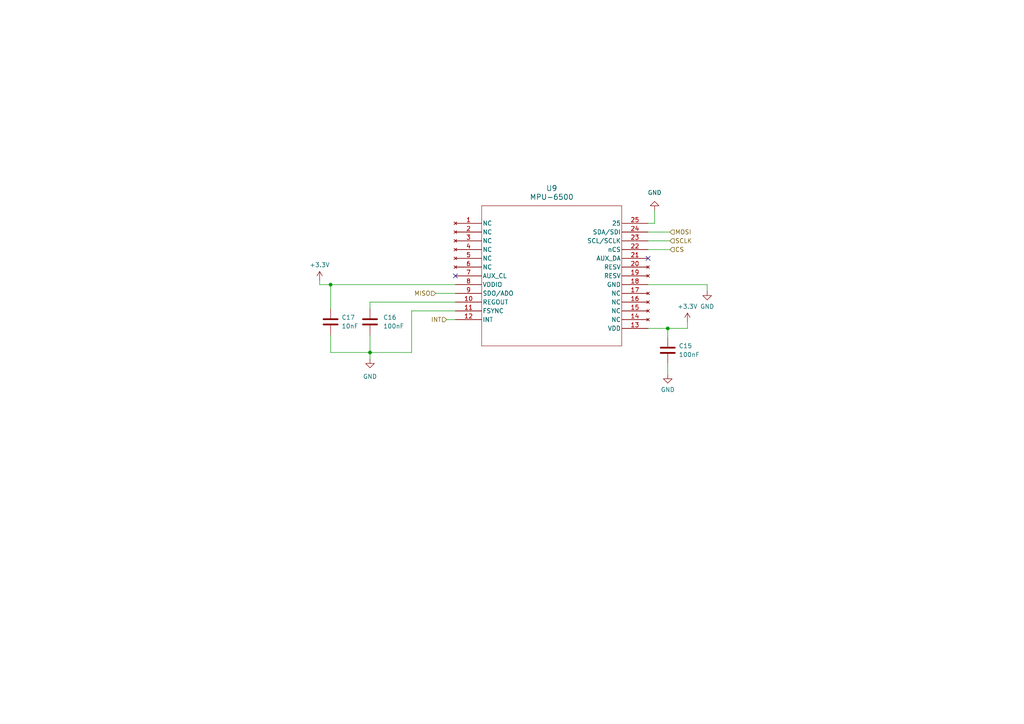
<source format=kicad_sch>
(kicad_sch (version 20231120) (generator "eeschema") (generator_version "8.0")
  (paper "A4")
  (lib_symbols
    (symbol "Device:C" (pin_numbers hide) (pin_names (offset 0.254))
      (property "Reference" "C" (at 0.635 2.54 0))
      (property "Value" "C" (at 0.635 -2.54 0))
      (symbol "C_0_1"
        (polyline (pts (xy -2.032 -0.762) (xy 2.032 -0.762)) (stroke (width 0.508)))
        (polyline (pts (xy -2.032 0.762) (xy 2.032 0.762)) (stroke (width 0.508)))
      )
      (symbol "C_1_1"
        (pin passive line (at 0 3.81 270) (length 2.794) (name "~") (number "1"))
        (pin passive line (at 0 -3.81 90) (length 2.794) (name "~") (number "2"))
      )
    )
    (symbol "mpu6500:MPU-6500" (pin_names (offset 0.254))
      (property "Reference" "U" (at 27.94 10.16 0))
      (property "Value" "MPU-6500" (at 27.94 7.62 0))
      (symbol "MPU-6500_0_1"
        (polyline (pts (xy 7.62 -35.56) (xy 48.26 -35.56)) (stroke (width 0.127)))
        (polyline (pts (xy 7.62 5.08) (xy 7.62 -35.56)) (stroke (width 0.127)))
        (polyline (pts (xy 48.26 -35.56) (xy 48.26 5.08)) (stroke (width 0.127)))
        (polyline (pts (xy 48.26 5.08) (xy 7.62 5.08)) (stroke (width 0.127)))
        (pin no_connect line (at 0 0 0) (length 7.62) (name "NC") (number "1"))
        (pin unspecified line (at 0 -22.86 0) (length 7.62) (name "REGOUT") (number "10"))
        (pin input line (at 0 -25.4 0) (length 7.62) (name "FSYNC") (number "11"))
        (pin output line (at 0 -27.94 0) (length 7.62) (name "INT") (number "12"))
        (pin power_in line (at 55.88 -30.48 180) (length 7.62) (name "VDD") (number "13"))
        (pin no_connect line (at 55.88 -27.94 180) (length 7.62) (name "NC") (number "14"))
        (pin no_connect line (at 55.88 -25.4 180) (length 7.62) (name "NC") (number "15"))
        (pin no_connect line (at 55.88 -22.86 180) (length 7.62) (name "NC") (number "16"))
        (pin no_connect line (at 55.88 -20.32 180) (length 7.62) (name "NC") (number "17"))
        (pin power_out line (at 55.88 -17.78 180) (length 7.62) (name "GND") (number "18"))
        (pin no_connect line (at 55.88 -15.24 180) (length 7.62) (name "RESV") (number "19"))
        (pin no_connect line (at 0 -2.54 0) (length 7.62) (name "NC") (number "2"))
        (pin no_connect line (at 55.88 -12.7 180) (length 7.62) (name "RESV") (number "20"))
        (pin unspecified line (at 55.88 -10.16 180) (length 7.62) (name "AUX_DA") (number "21"))
        (pin unspecified line (at 55.88 -7.62 180) (length 7.62) (name "nCS") (number "22"))
        (pin unspecified line (at 55.88 -5.08 180) (length 7.62) (name "SCL/SCLK") (number "23"))
        (pin unspecified line (at 55.88 -2.54 180) (length 7.62) (name "SDA/SDI") (number "24"))
        (pin unspecified line (at 55.88 0 180) (length 7.62) (name "25") (number "25"))
        (pin no_connect line (at 0 -5.08 0) (length 7.62) (name "NC") (number "3"))
        (pin no_connect line (at 0 -7.62 0) (length 7.62) (name "NC") (number "4"))
        (pin no_connect line (at 0 -10.16 0) (length 7.62) (name "NC") (number "5"))
        (pin no_connect line (at 0 -12.7 0) (length 7.62) (name "NC") (number "6"))
        (pin unspecified line (at 0 -15.24 0) (length 7.62) (name "AUX_CL") (number "7"))
        (pin power_in line (at 0 -17.78 0) (length 7.62) (name "VDDIO") (number "8"))
        (pin unspecified line (at 0 -20.32 0) (length 7.62) (name "SDO/ADO") (number "9"))
      )
    )
    (symbol "power:+3.3V" (power) (pin_names (offset 0))
      (property "Value" "+3.3V" (at 0 3.556 0))
      (symbol "+3.3V_0_1"
        (polyline (pts (xy -0.762 1.27) (xy 0 2.54)))
        (polyline (pts (xy 0 0) (xy 0 2.54)))
        (polyline (pts (xy 0 2.54) (xy 0.762 1.27)))
      )
      (symbol "+3.3V_1_1"
        (pin power_in line (at 0 0 90) (length 0) hide (name "+3.3V") (number "1"))
      )
    )
    (symbol "power:GND" (power) (pin_names (offset 0))
      (property "Value" "GND" (at 0 -3.81 0))
      (symbol "GND_0_1"
        (polyline (pts (xy 0 0) (xy 0 -1.27) (xy 1.27 -1.27) (xy 0 -2.54) (xy -1.27 -1.27) (xy 0 -1.27)))
      )
      (symbol "GND_1_1"
        (pin power_in line (at 0 0 270) (length 0) hide (name "GND") (number "1"))
      )
    )
  )
  (junction (at 95.885 82.55))
  (junction (at 107.315 102.235))
  (junction (at 193.675 95.25))
  (no_connect (at 187.96 74.93))
  (no_connect (at 132.08 80.01))
  (wire (pts (xy 189.865 64.77) (xy 189.865 60.96)))
  (wire (pts (xy 132.08 90.17) (xy 119.38 90.17)))
  (wire (pts (xy 107.315 97.155) (xy 107.315 102.235)))
  (wire (pts (xy 132.08 82.55) (xy 95.885 82.55)))
  (wire (pts (xy 129.54 92.71) (xy 132.08 92.71)))
  (wire (pts (xy 194.31 72.39) (xy 187.96 72.39)))
  (wire (pts (xy 199.39 95.25) (xy 199.39 93.345)))
  (wire (pts (xy 132.08 87.63) (xy 107.315 87.63)))
  (wire (pts (xy 187.96 82.55) (xy 205.105 82.55)))
  (wire (pts (xy 194.31 67.31) (xy 187.96 67.31)))
  (wire (pts (xy 119.38 90.17) (xy 119.38 102.235)))
  (wire (pts (xy 193.675 105.41) (xy 193.675 108.585)))
  (wire (pts (xy 107.315 87.63) (xy 107.315 89.535)))
  (wire (pts (xy 187.96 95.25) (xy 193.675 95.25)))
  (wire (pts (xy 95.885 97.155) (xy 95.885 102.235)))
  (wire (pts (xy 194.31 69.85) (xy 187.96 69.85)))
  (wire (pts (xy 95.885 82.55) (xy 95.885 89.535)))
  (wire (pts (xy 107.315 102.235) (xy 107.315 104.14)))
  (wire (pts (xy 119.38 102.235) (xy 107.315 102.235)))
  (wire (pts (xy 193.675 95.25) (xy 199.39 95.25)))
  (wire (pts (xy 205.105 82.55) (xy 205.105 84.455)))
  (wire (pts (xy 92.71 81.28) (xy 92.71 82.55)))
  (wire (pts (xy 92.71 82.55) (xy 95.885 82.55)))
  (wire (pts (xy 95.885 102.235) (xy 107.315 102.235)))
  (wire (pts (xy 193.675 95.25) (xy 193.675 97.79)))
  (wire (pts (xy 126.365 85.09) (xy 132.08 85.09)))
  (wire (pts (xy 187.96 64.77) (xy 189.865 64.77)))
  (hierarchical_label "CS" (shape input) (at 194.31 72.39 0))
  (hierarchical_label "INT" (shape input) (at 129.54 92.71 180))
  (hierarchical_label "MOSI" (shape input) (at 194.31 67.31 0))
  (hierarchical_label "SCLK" (shape input) (at 194.31 69.85 0))
  (hierarchical_label "MISO" (shape input) (at 126.365 85.09 180))
  (symbol (lib_id "power:GND") (at 189.865 60.96 180) (unit 1)
    (property "Reference" "#PWR023" (effects (hide yes)))
    (property "Value" "GND" (at 189.865 55.88 0))
  )
  (symbol (lib_id "power:GND") (at 193.675 108.585 0) (unit 1)
    (property "Reference" "#PWR085" (effects (hide yes)))
    (property "Value" "GND" (at 193.675 113.03 0))
  )
  (symbol (lib_id "Device:C") (at 193.675 101.6 180) (unit 1)
    (property "Reference" "C15" (at 196.85 100.33 0) (effects (justify right)))
    (property "Value" "100nF" (at 196.85 102.87 0) (effects (justify right)))
    (property "Footprint" "Capacitor_SMD:C_0402_1005Metric" (effects (hide yes)))
  )
  (symbol (lib_id "power:GND") (at 107.315 104.14 0) (unit 1)
    (property "Reference" "#PWR082" (effects (hide yes)))
    (property "Value" "GND" (at 107.315 109.22 0))
  )
  (symbol (lib_id "power:+3.3V") (at 92.71 81.28 0) (unit 1)
    (property "Reference" "#PWR086" (effects (hide yes)))
    (property "Value" "+3.3V" (at 92.71 76.835 0))
  )
  (symbol (lib_id "power:GND") (at 205.105 84.455 0) (unit 1)
    (property "Reference" "#PWR083" (effects (hide yes)))
    (property "Value" "GND" (at 205.105 88.9 0))
  )
  (symbol (lib_id "mpu6500:MPU-6500") (at 132.08 64.77 0) (unit 1)
    (property "Reference" "U9" (at 160.02 54.61 0) (effects (font (size 1.524 1.524))))
    (property "Value" "MPU-6500" (at 160.02 57.15 0) (effects (font (size 1.524 1.524))))
    (property "Footprint" "mpu6500:QFN24_3X3X0P9_IVS" (effects (hide yes)))
    (property "Datasheet" "MPU-6500" (effects (hide yes)))
  )
  (symbol (lib_id "power:+3.3V") (at 199.39 93.345 0) (unit 1)
    (property "Reference" "#PWR084" (effects (hide yes)))
    (property "Value" "+3.3V" (at 199.39 88.9 0))
  )
  (symbol (lib_id "Device:C") (at 107.315 93.345 180) (unit 1)
    (property "Reference" "C16" (at 111.125 92.075 0) (effects (justify right)))
    (property "Value" "100nF" (at 111.125 94.615 0) (effects (justify right)))
    (property "Footprint" "Capacitor_SMD:C_0402_1005Metric" (effects (hide yes)))
  )
  (symbol (lib_id "Device:C") (at 95.885 93.345 180) (unit 1)
    (property "Reference" "C17" (at 99.06 92.075 0) (effects (justify right)))
    (property "Value" "10nF" (at 99.06 94.615 0) (effects (justify right)))
    (property "Footprint" "Capacitor_SMD:C_0402_1005Metric" (effects (hide yes)))
  )
)
</source>
